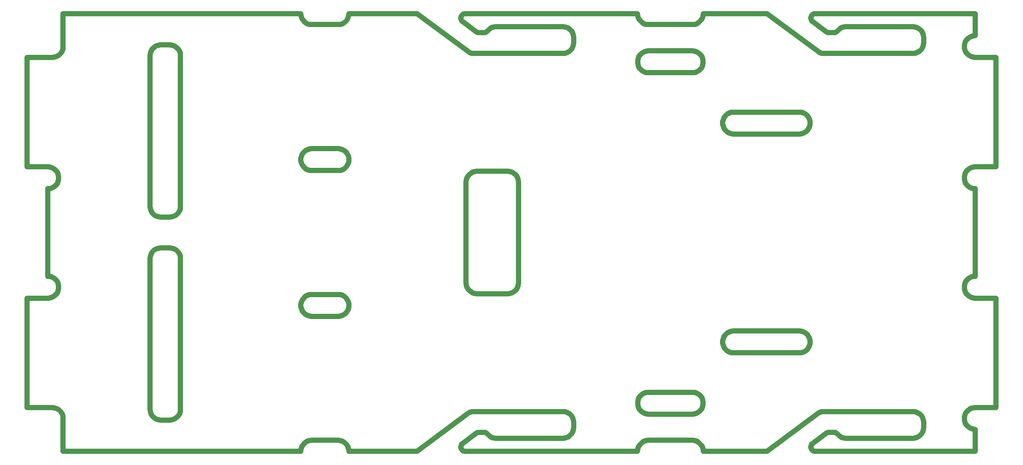
<source format=gko>
G04*
G04 #@! TF.GenerationSoftware,Altium Limited,Altium Designer,21.6.4 (81)*
G04*
G04 Layer_Color=16711935*
%FSLAX25Y25*%
%MOIN*%
G70*
G04*
G04 #@! TF.SameCoordinates,DB6D09D7-76B6-4019-902A-DA84951F4E30*
G04*
G04*
G04 #@! TF.FilePolarity,Positive*
G04*
G01*
G75*
%ADD42C,0.04724*%
D42*
X402836Y251722D02*
X405026Y251969D01*
X400756Y250994D02*
X402836Y251722D01*
X398890Y249821D02*
X400756Y250994D01*
X397331Y248263D02*
X398890Y249821D01*
X396159Y246396D02*
X397331Y248263D01*
X395431Y244316D02*
X396159Y246396D01*
X395184Y242126D02*
X395431Y244316D01*
X395184Y151575D02*
Y242126D01*
Y151575D02*
X395431Y149385D01*
X396159Y147304D01*
X397331Y145438D01*
X398890Y143880D01*
X400756Y142707D01*
X402836Y141979D01*
X405026Y141732D01*
X432585D01*
X434776Y141979D01*
X436856Y142707D01*
X438722Y143880D01*
X440281Y145438D01*
X441453Y147304D01*
X442181Y149385D01*
X442428Y151575D01*
Y242126D01*
X442181Y244316D02*
X442428Y242126D01*
X441453Y246396D02*
X442181Y244316D01*
X440281Y248263D02*
X441453Y246396D01*
X438722Y249821D02*
X440281Y248263D01*
X436856Y250994D02*
X438722Y249821D01*
X434776Y251722D02*
X436856Y250994D01*
X432585Y251969D02*
X434776Y251722D01*
X405026Y251969D02*
X432585D01*
X557319Y360021D02*
X559366Y360236D01*
X555362Y359385D02*
X557319Y360021D01*
X553580Y358356D02*
X555362Y359385D01*
X552051Y356980D02*
X553580Y358356D01*
X550842Y355315D02*
X552051Y356980D01*
X550005Y353435D02*
X550842Y355315D01*
X549577Y351423D02*
X550005Y353435D01*
X549577Y349365D02*
Y351423D01*
Y349365D02*
X550005Y347352D01*
X550842Y345472D01*
X552051Y343808D01*
X553580Y342431D01*
X555362Y341402D01*
X557319Y340766D01*
X559366Y340551D01*
X598736D01*
X600782Y340766D01*
X602739Y341402D01*
X604521Y342431D01*
X606050Y343808D01*
X607260Y345472D01*
X608097Y347352D01*
X608524Y349365D01*
Y351423D01*
X608097Y353435D02*
X608524Y351423D01*
X607260Y355315D02*
X608097Y353435D01*
X606050Y356980D02*
X607260Y355315D01*
X604521Y358356D02*
X606050Y356980D01*
X602739Y359385D02*
X604521Y358356D01*
X600782Y360021D02*
X602739Y359385D01*
X598736Y360236D02*
X600782Y360021D01*
X559366Y360236D02*
X598736D01*
Y33465D02*
X600782Y33680D01*
X602739Y34315D01*
X604521Y35344D01*
X606050Y36721D01*
X607260Y38386D01*
X608097Y40266D01*
X608524Y42278D01*
Y44336D01*
X608097Y46349D02*
X608524Y44336D01*
X607260Y48228D02*
X608097Y46349D01*
X606050Y49893D02*
X607260Y48228D01*
X604521Y51270D02*
X606050Y49893D01*
X602739Y52299D02*
X604521Y51270D01*
X600782Y52934D02*
X602739Y52299D01*
X598736Y53150D02*
X600782Y52934D01*
X559366Y53150D02*
X598736D01*
X557319Y52934D02*
X559366Y53150D01*
X555362Y52299D02*
X557319Y52934D01*
X553580Y51270D02*
X555362Y52299D01*
X552051Y49893D02*
X553580Y51270D01*
X550842Y48228D02*
X552051Y49893D01*
X550005Y46349D02*
X550842Y48228D01*
X549577Y44336D02*
X550005Y46349D01*
X549577Y42278D02*
Y44336D01*
Y42278D02*
X550005Y40266D01*
X550842Y38386D01*
X552051Y36721D01*
X553580Y35344D01*
X555362Y34315D01*
X557319Y33680D01*
X559366Y33465D01*
X598736D01*
X633879Y304903D02*
X635925Y305118D01*
X631922Y304267D02*
X633879Y304903D01*
X630140Y303238D02*
X631922Y304267D01*
X628611Y301862D02*
X630140Y303238D01*
X627401Y300197D02*
X628611Y301862D01*
X626564Y298317D02*
X627401Y300197D01*
X626136Y296304D02*
X626564Y298317D01*
X626136Y294247D02*
Y296304D01*
Y294247D02*
X626564Y292234D01*
X627401Y290354D01*
X628611Y288690D01*
X630140Y287313D01*
X631922Y286284D01*
X633879Y285648D01*
X635925Y285433D01*
X694980D01*
X697027Y285648D01*
X698983Y286284D01*
X700766Y287313D01*
X702295Y288690D01*
X703504Y290354D01*
X704341Y292234D01*
X704769Y294247D01*
Y296304D01*
X704341Y298317D02*
X704769Y296304D01*
X703504Y300197D02*
X704341Y298317D01*
X702295Y301862D02*
X703504Y300197D01*
X700766Y303238D02*
X702295Y301862D01*
X698983Y304267D02*
X700766Y303238D01*
X697027Y304903D02*
X698983Y304267D01*
X694980Y305118D02*
X697027Y304903D01*
X635925Y305118D02*
X694980D01*
Y88583D02*
X697027Y88798D01*
X698983Y89434D01*
X700766Y90462D01*
X702295Y91839D01*
X703504Y93504D01*
X704341Y95384D01*
X704769Y97396D01*
Y99454D01*
X704341Y101467D02*
X704769Y99454D01*
X703504Y103346D02*
X704341Y101467D01*
X702295Y105011D02*
X703504Y103346D01*
X700766Y106388D02*
X702295Y105011D01*
X698983Y107417D02*
X700766Y106388D01*
X697027Y108053D02*
X698983Y107417D01*
X694980Y108268D02*
X697027Y108053D01*
X635925Y108268D02*
X694980D01*
X633879Y108053D02*
X635925Y108268D01*
X631922Y107417D02*
X633879Y108053D01*
X630140Y106388D02*
X631922Y107417D01*
X628611Y105011D02*
X630140Y106388D01*
X627401Y103346D02*
X628611Y105011D01*
X626564Y101467D02*
X627401Y103346D01*
X626136Y99454D02*
X626564Y101467D01*
X626136Y97396D02*
Y99454D01*
Y97396D02*
X626564Y95384D01*
X627401Y93504D01*
X628611Y91839D01*
X630140Y90462D01*
X631922Y89434D01*
X633879Y88798D01*
X635925Y88583D01*
X694980D01*
X128356Y28091D02*
X130546Y28337D01*
X132627Y29065D01*
X134493Y30238D01*
X136051Y31796D01*
X137224Y33663D01*
X137952Y35743D01*
X138199Y37933D01*
Y173228D01*
X137952Y175418D02*
X138199Y173228D01*
X137224Y177499D02*
X137952Y175418D01*
X136051Y179365D02*
X137224Y177499D01*
X134493Y180923D02*
X136051Y179365D01*
X132627Y182096D02*
X134493Y180923D01*
X130546Y182824D02*
X132627Y182096D01*
X128356Y183071D02*
X130546Y182824D01*
X120482Y183071D02*
X128356D01*
X118292Y182824D02*
X120482Y183071D01*
X116212Y182096D02*
X118292Y182824D01*
X114346Y180923D02*
X116212Y182096D01*
X112787Y179365D02*
X114346Y180923D01*
X111614Y177499D02*
X112787Y179365D01*
X110887Y175418D02*
X111614Y177499D01*
X110640Y173228D02*
X110887Y175418D01*
X110640Y37933D02*
Y173228D01*
Y37933D02*
X110887Y35743D01*
X111614Y33663D01*
X112787Y31796D01*
X114346Y30238D01*
X116212Y29065D01*
X118292Y28337D01*
X120482Y28091D01*
X128356D01*
Y210630D02*
X130546Y210877D01*
X132627Y211605D01*
X134493Y212777D01*
X136051Y214336D01*
X137224Y216202D01*
X137952Y218282D01*
X138199Y220472D01*
Y355768D01*
X137952Y357958D02*
X138199Y355768D01*
X137224Y360038D02*
X137952Y357958D01*
X136051Y361904D02*
X137224Y360038D01*
X134493Y363463D02*
X136051Y361904D01*
X132627Y364635D02*
X134493Y363463D01*
X130546Y365363D02*
X132627Y364635D01*
X128356Y365610D02*
X130546Y365363D01*
X120482Y365610D02*
X128356D01*
X118292Y365363D02*
X120482Y365610D01*
X116212Y364635D02*
X118292Y365363D01*
X114346Y363463D02*
X116212Y364635D01*
X112787Y361904D02*
X114346Y363463D01*
X111614Y360038D02*
X112787Y361904D01*
X110887Y357958D02*
X111614Y360038D01*
X110640Y355768D02*
X110887Y357958D01*
X110640Y220472D02*
Y355768D01*
Y220472D02*
X110887Y218282D01*
X111614Y216202D01*
X112787Y214336D01*
X114346Y212777D01*
X116212Y211605D01*
X118292Y210877D01*
X120482Y210630D01*
X128356D01*
X256309Y121391D02*
X279931D01*
X281977Y121606D01*
X283934Y122242D01*
X285716Y123271D01*
X287245Y124648D01*
X288455Y126312D01*
X289292Y128192D01*
X289720Y130205D01*
Y132262D01*
X289292Y134275D02*
X289720Y132262D01*
X288455Y136155D02*
X289292Y134275D01*
X287245Y137820D02*
X288455Y136155D01*
X285716Y139196D02*
X287245Y137820D01*
X283934Y140225D02*
X285716Y139196D01*
X281977Y140861D02*
X283934Y140225D01*
X279931Y141076D02*
X281977Y140861D01*
X256309Y141076D02*
X279931D01*
X254263Y140861D02*
X256309Y141076D01*
X252306Y140225D02*
X254263Y140861D01*
X250524Y139196D02*
X252306Y140225D01*
X248995Y137820D02*
X250524Y139196D01*
X247785Y136155D02*
X248995Y137820D01*
X246948Y134275D02*
X247785Y136155D01*
X246520Y132262D02*
X246948Y134275D01*
X246520Y130205D02*
Y132262D01*
Y130205D02*
X246948Y128192D01*
X247785Y126312D01*
X248995Y124648D01*
X250524Y123271D01*
X252306Y122242D01*
X254263Y121606D01*
X256309Y121391D01*
Y252625D02*
X279931D01*
X281977Y252840D01*
X283934Y253476D01*
X285716Y254504D01*
X287245Y255881D01*
X288455Y257546D01*
X289292Y259426D01*
X289720Y261438D01*
Y263496D01*
X289292Y265509D02*
X289720Y263496D01*
X288455Y267388D02*
X289292Y265509D01*
X287245Y269053D02*
X288455Y267388D01*
X285716Y270430D02*
X287245Y269053D01*
X283934Y271459D02*
X285716Y270430D01*
X281977Y272095D02*
X283934Y271459D01*
X279931Y272310D02*
X281977Y272095D01*
X256309Y272310D02*
X279931D01*
X254263Y272095D02*
X256309Y272310D01*
X252306Y271459D02*
X254263Y272095D01*
X250524Y270430D02*
X252306Y271459D01*
X248995Y269053D02*
X250524Y270430D01*
X247785Y267388D02*
X248995Y269053D01*
X246948Y265509D02*
X247785Y267388D01*
X246520Y263496D02*
X246948Y265509D01*
X246520Y261438D02*
Y263496D01*
Y261438D02*
X246948Y259426D01*
X247785Y257546D01*
X248995Y255881D01*
X250524Y254504D01*
X252306Y253476D01*
X254263Y252840D01*
X256309Y252625D01*
X665975Y393701D02*
X711675Y359856D01*
X713475Y358799D01*
X715457Y358145D01*
X717533Y357923D01*
X797244D01*
X799434Y358170D01*
X801515Y358898D01*
X803381Y360070D01*
X804939Y361629D01*
X806112Y363495D01*
X806840Y365576D01*
X807087Y367766D01*
Y372047D01*
X806840Y374237D02*
X807087Y372047D01*
X806112Y376318D02*
X806840Y374237D01*
X804939Y378184D02*
X806112Y376318D01*
X803381Y379742D02*
X804939Y378184D01*
X801515Y380915D02*
X803381Y379742D01*
X799434Y381643D02*
X801515Y380915D01*
X797244Y381890D02*
X799434Y381643D01*
X737034Y381890D02*
X797244D01*
X734838Y381642D02*
X737034Y381890D01*
X732752Y380909D02*
X734838Y381642D01*
X730882Y379730D02*
X732752Y380909D01*
X729323Y378164D02*
X730882Y379730D01*
X728699Y377537D02*
X729323Y378164D01*
X727951Y377065D02*
X728699Y377537D01*
X727117Y376772D02*
X727951Y377065D01*
X726238Y376673D02*
X727117Y376772D01*
X721771Y376673D02*
X726238D01*
X720941Y376762D02*
X721771Y376673D01*
X720148Y377023D02*
X720941Y376762D01*
X719428Y377446D02*
X720148Y377023D01*
X707068Y386600D02*
X719428Y377446D01*
X706464Y387154D02*
X707068Y386600D01*
X705987Y387821D02*
X706464Y387154D01*
X705659Y388573D02*
X705987Y387821D01*
X705494Y389376D02*
X705659Y388573D01*
X705494Y389376D02*
X705498Y390196D01*
X705673Y390997D01*
X706009Y391745D01*
X706494Y392407D01*
X707105Y392954D01*
X707816Y393363D01*
X708596Y393615D01*
X709411Y393701D01*
X853396D01*
Y374016D02*
Y393701D01*
X851349Y373801D02*
X853396Y374016D01*
X849392Y373165D02*
X851349Y373801D01*
X847610Y372136D02*
X849392Y373165D01*
X846081Y370759D02*
X847610Y372136D01*
X844872Y369094D02*
X846081Y370759D01*
X844035Y367215D02*
X844872Y369094D01*
X843607Y365202D02*
X844035Y367215D01*
X843607Y363144D02*
Y365202D01*
Y363144D02*
X844035Y361132D01*
X844872Y359252D01*
X846081Y357587D01*
X847610Y356210D01*
X849392Y355182D01*
X851349Y354546D01*
X853396Y354331D01*
X872146D01*
Y255906D02*
Y354331D01*
X853396Y255906D02*
X872146D01*
X851349Y255690D02*
X853396Y255906D01*
X849392Y255055D02*
X851349Y255690D01*
X847610Y254026D02*
X849392Y255055D01*
X846081Y252649D02*
X847610Y254026D01*
X844872Y250984D02*
X846081Y252649D01*
X844035Y249104D02*
X844872Y250984D01*
X843607Y247092D02*
X844035Y249104D01*
X843607Y245034D02*
Y247092D01*
Y245034D02*
X844035Y243021D01*
X844872Y241142D01*
X846081Y239477D01*
X847610Y238100D01*
X849392Y237071D01*
X851349Y236436D01*
X853396Y236220D01*
Y157480D02*
Y236220D01*
X851349Y157265D02*
X853396Y157480D01*
X849392Y156629D02*
X851349Y157265D01*
X847610Y155601D02*
X849392Y156629D01*
X846081Y154224D02*
X847610Y155601D01*
X844872Y152559D02*
X846081Y154224D01*
X844035Y150679D02*
X844872Y152559D01*
X843607Y148667D02*
X844035Y150679D01*
X843607Y146609D02*
Y148667D01*
Y146609D02*
X844035Y144596D01*
X844872Y142717D01*
X846081Y141052D01*
X847610Y139675D01*
X849392Y138646D01*
X851349Y138010D01*
X853396Y137795D01*
X872146D01*
Y39370D02*
Y137795D01*
X853396Y39370D02*
X872146D01*
X851349Y39155D02*
X853396Y39370D01*
X849392Y38519D02*
X851349Y39155D01*
X847610Y37490D02*
X849392Y38519D01*
X846081Y36114D02*
X847610Y37490D01*
X844872Y34449D02*
X846081Y36114D01*
X844035Y32569D02*
X844872Y34449D01*
X843607Y30556D02*
X844035Y32569D01*
X843607Y28499D02*
Y30556D01*
Y28499D02*
X844035Y26486D01*
X844872Y24606D01*
X846081Y22942D01*
X847610Y21565D01*
X849392Y20536D01*
X851349Y19900D01*
X853396Y19685D01*
Y-0D02*
Y19685D01*
X709411Y-0D02*
X853396D01*
X708596Y85D02*
X709411Y-0D01*
X707816Y338D02*
X708596Y85D01*
X707105Y747D02*
X707816Y338D01*
X706494Y1294D02*
X707105Y747D01*
X706009Y1956D02*
X706494Y1294D01*
X705673Y2703D02*
X706009Y1956D01*
X705498Y3505D02*
X705673Y2703D01*
X705494Y4325D02*
X705498Y3505D01*
X705494Y4325D02*
X705659Y5128D01*
X705987Y5880D01*
X706464Y6547D01*
X707068Y7101D01*
X719428Y16254D01*
X720148Y16677D01*
X720941Y16939D01*
X721771Y17028D01*
X726238D01*
X727117Y16928D01*
X727951Y16635D01*
X728699Y16164D01*
X729323Y15537D01*
X730882Y13970D01*
X732752Y12791D01*
X734838Y12059D01*
X737034Y11811D01*
X797244D01*
X799434Y12058D01*
X801515Y12786D01*
X803381Y13958D01*
X804939Y15517D01*
X806112Y17383D01*
X806840Y19463D01*
X807087Y21654D01*
Y25935D01*
X806840Y28125D02*
X807087Y25935D01*
X806112Y30206D02*
X806840Y28125D01*
X804939Y32072D02*
X806112Y30206D01*
X803381Y33630D02*
X804939Y32072D01*
X801515Y34803D02*
X803381Y33630D01*
X799434Y35531D02*
X801515Y34803D01*
X797244Y35778D02*
X799434Y35531D01*
X717533Y35778D02*
X797244D01*
X715457Y35556D02*
X717533Y35778D01*
X713475Y34902D02*
X715457Y35556D01*
X711675Y33845D02*
X713475Y34902D01*
X665975Y-0D02*
X711675Y33845D01*
X608578Y-0D02*
X665975D01*
X608331Y2190D02*
X608578Y-0D01*
X607604Y4270D02*
X608331Y2190D01*
X606431Y6137D02*
X607604Y4270D01*
X604872Y7695D02*
X606431Y6137D01*
X603006Y8868D02*
X604872Y7695D01*
X600926Y9596D02*
X603006Y8868D01*
X598736Y9843D02*
X600926Y9596D01*
X559366Y9843D02*
X598736D01*
X557175Y9596D02*
X559366Y9843D01*
X555095Y8868D02*
X557175Y9596D01*
X553229Y7695D02*
X555095Y8868D01*
X551670Y6137D02*
X553229Y7695D01*
X550498Y4270D02*
X551670Y6137D01*
X549770Y2190D02*
X550498Y4270D01*
X549523Y-0D02*
X549770Y2190D01*
X394451Y-0D02*
X549523D01*
X393635Y85D02*
X394451Y-0D01*
X392855Y338D02*
X393635Y85D01*
X392144Y747D02*
X392855Y338D01*
X391533Y1294D02*
X392144Y747D01*
X391049Y1956D02*
X391533Y1294D01*
X390712Y2703D02*
X391049Y1956D01*
X390538Y3505D02*
X390712Y2703D01*
X390533Y4325D02*
X390538Y3505D01*
X390533Y4325D02*
X390698Y5128D01*
X391026Y5880D01*
X391503Y6547D01*
X392108Y7101D01*
X404468Y16254D01*
X405188Y16677D01*
X405981Y16939D01*
X406811Y17028D01*
X411278D01*
X412156Y16928D01*
X412990Y16635D01*
X413738Y16164D01*
X414362Y15537D01*
X415921Y13970D01*
X417791Y12791D01*
X419877Y12059D01*
X422073Y11811D01*
X482283D01*
X484474Y12058D01*
X486554Y12786D01*
X488420Y13958D01*
X489979Y15517D01*
X491151Y17383D01*
X491879Y19463D01*
X492126Y21654D01*
Y25935D01*
X491879Y28125D02*
X492126Y25935D01*
X491151Y30206D02*
X491879Y28125D01*
X489979Y32072D02*
X491151Y30206D01*
X488420Y33630D02*
X489979Y32072D01*
X486554Y34803D02*
X488420Y33630D01*
X484474Y35531D02*
X486554Y34803D01*
X482283Y35778D02*
X484474Y35531D01*
X402572Y35778D02*
X482283D01*
X400497Y35556D02*
X402572Y35778D01*
X398515Y34902D02*
X400497Y35556D01*
X396715Y33845D02*
X398515Y34902D01*
X351015Y-0D02*
X396715Y33845D01*
X289774Y-0D02*
X351015D01*
X289527Y2190D02*
X289774Y-0D01*
X288799Y4270D02*
X289527Y2190D01*
X287626Y6137D02*
X288799Y4270D01*
X286068Y7695D02*
X287626Y6137D01*
X284202Y8868D02*
X286068Y7695D01*
X282121Y9596D02*
X284202Y8868D01*
X279931Y9843D02*
X282121Y9596D01*
X256309Y9843D02*
X279931D01*
X254119Y9596D02*
X256309Y9843D01*
X252039Y8868D02*
X254119Y9596D01*
X250172Y7695D02*
X252039Y8868D01*
X248614Y6137D02*
X250172Y7695D01*
X247441Y4270D02*
X248614Y6137D01*
X246713Y2190D02*
X247441Y4270D01*
X246466Y-0D02*
X246713Y2190D01*
X32529Y-0D02*
X246466D01*
X32529D02*
Y29528D01*
X32283Y31718D02*
X32529Y29528D01*
X31555Y33798D02*
X32283Y31718D01*
X30382Y35664D02*
X31555Y33798D01*
X28824Y37223D02*
X30382Y35664D01*
X26957Y38395D02*
X28824Y37223D01*
X24877Y39123D02*
X26957Y38395D01*
X22687Y39370D02*
X24877Y39123D01*
X-0Y39370D02*
X22687D01*
X-0D02*
Y137795D01*
X18750D01*
X20796Y138010D01*
X22753Y138646D01*
X24535Y139675D01*
X26064Y141052D01*
X27274Y142717D01*
X28111Y144596D01*
X28539Y146609D01*
Y148667D01*
X28111Y150679D02*
X28539Y148667D01*
X27274Y152559D02*
X28111Y150679D01*
X26064Y154224D02*
X27274Y152559D01*
X24535Y155601D02*
X26064Y154224D01*
X22753Y156629D02*
X24535Y155601D01*
X20796Y157265D02*
X22753Y156629D01*
X18750Y157480D02*
X20796Y157265D01*
X18750Y157480D02*
Y236220D01*
X20796Y236436D01*
X22753Y237071D01*
X24535Y238100D01*
X26064Y239477D01*
X27274Y241142D01*
X28111Y243021D01*
X28539Y245034D01*
Y247092D01*
X28111Y249104D02*
X28539Y247092D01*
X27274Y250984D02*
X28111Y249104D01*
X26064Y252649D02*
X27274Y250984D01*
X24535Y254026D02*
X26064Y252649D01*
X22753Y255054D02*
X24535Y254026D01*
X20796Y255690D02*
X22753Y255054D01*
X18750Y255906D02*
X20796Y255690D01*
X-0Y255906D02*
X18750D01*
X-0D02*
Y354331D01*
X22687D01*
X24877Y354577D01*
X26957Y355305D01*
X28824Y356478D01*
X30382Y358036D01*
X31555Y359903D01*
X32283Y361983D01*
X32529Y364173D01*
Y393701D01*
X246466D01*
X246713Y391511D01*
X247441Y389430D01*
X248614Y387564D01*
X250172Y386006D01*
X252039Y384833D01*
X254119Y384105D01*
X256309Y383858D01*
X279931D01*
X282121Y384105D01*
X284202Y384833D01*
X286068Y386006D01*
X287626Y387564D01*
X288799Y389430D01*
X289527Y391511D01*
X289774Y393701D01*
X351015D01*
X396715Y359856D01*
X398515Y358799D01*
X400497Y358145D01*
X402572Y357923D01*
X482283D01*
X484474Y358170D01*
X486554Y358898D01*
X488420Y360070D01*
X489979Y361629D01*
X491151Y363495D01*
X491879Y365576D01*
X492126Y367766D01*
Y372047D01*
X491879Y374237D02*
X492126Y372047D01*
X491151Y376318D02*
X491879Y374237D01*
X489979Y378184D02*
X491151Y376318D01*
X488420Y379742D02*
X489979Y378184D01*
X486554Y380915D02*
X488420Y379742D01*
X484474Y381643D02*
X486554Y380915D01*
X482283Y381890D02*
X484474Y381643D01*
X422073Y381890D02*
X482283D01*
X419877Y381642D02*
X422073Y381890D01*
X417791Y380909D02*
X419877Y381642D01*
X415921Y379730D02*
X417791Y380909D01*
X414362Y378164D02*
X415921Y379730D01*
X413738Y377537D02*
X414362Y378164D01*
X412990Y377065D02*
X413738Y377537D01*
X412156Y376772D02*
X412990Y377065D01*
X411278Y376673D02*
X412156Y376772D01*
X406811Y376673D02*
X411278D01*
X405981Y376762D02*
X406811Y376673D01*
X405188Y377023D02*
X405981Y376762D01*
X404468Y377446D02*
X405188Y377023D01*
X392108Y386600D02*
X404468Y377446D01*
X391503Y387154D02*
X392108Y386600D01*
X391026Y387821D02*
X391503Y387154D01*
X390698Y388573D02*
X391026Y387821D01*
X390533Y389376D02*
X390698Y388573D01*
X390533Y389376D02*
X390538Y390196D01*
X390712Y390997D01*
X391049Y391745D01*
X391533Y392407D01*
X392144Y392954D01*
X392855Y393363D01*
X393635Y393615D01*
X394451Y393701D01*
X549523D01*
X549770Y391511D01*
X550498Y389430D01*
X551670Y387564D01*
X553229Y386006D01*
X555095Y384833D01*
X557175Y384105D01*
X559366Y383858D01*
X598736D01*
X600926Y384105D01*
X603006Y384833D01*
X604872Y386006D01*
X606431Y387564D01*
X607604Y389430D01*
X608331Y391511D01*
X608578Y393701D01*
X665975D01*
X711675Y359856D01*
X713475Y358799D01*
X715457Y358145D01*
X717533Y357923D01*
X797244D01*
X799434Y358170D01*
X801515Y358898D01*
X803381Y360070D01*
X804939Y361629D01*
X806112Y363495D01*
X806840Y365576D01*
X807087Y367766D01*
Y372047D01*
X806840Y374237D02*
X807087Y372047D01*
X806112Y376318D02*
X806840Y374237D01*
X804939Y378184D02*
X806112Y376318D01*
X803381Y379742D02*
X804939Y378184D01*
X801515Y380915D02*
X803381Y379742D01*
X799434Y381643D02*
X801515Y380915D01*
X797244Y381890D02*
X799434Y381643D01*
X737034Y381890D02*
X797244D01*
X734838Y381642D02*
X737034Y381890D01*
X732752Y380909D02*
X734838Y381642D01*
X730882Y379730D02*
X732752Y380909D01*
X729323Y378164D02*
X730882Y379730D01*
X728699Y377537D02*
X729323Y378164D01*
X727951Y377065D02*
X728699Y377537D01*
X727117Y376772D02*
X727951Y377065D01*
X726238Y376673D02*
X727117Y376772D01*
X721771Y376673D02*
X726238D01*
X720941Y376762D02*
X721771Y376673D01*
X720148Y377023D02*
X720941Y376762D01*
X719428Y377446D02*
X720148Y377023D01*
X707068Y386600D02*
X719428Y377446D01*
X706464Y387154D02*
X707068Y386600D01*
X705987Y387821D02*
X706464Y387154D01*
X705659Y388573D02*
X705987Y387821D01*
X705494Y389376D02*
X705659Y388573D01*
X705494Y389376D02*
X705498Y390196D01*
X705673Y390997D01*
X706009Y391745D01*
X706494Y392407D01*
X707105Y392954D01*
X707816Y393363D01*
X708596Y393615D01*
X709411Y393701D01*
X853396D01*
Y374016D02*
Y393701D01*
X851349Y373801D02*
X853396Y374016D01*
X849392Y373165D02*
X851349Y373801D01*
X847610Y372136D02*
X849392Y373165D01*
X846081Y370759D02*
X847610Y372136D01*
X844872Y369094D02*
X846081Y370759D01*
X844035Y367215D02*
X844872Y369094D01*
X843607Y365202D02*
X844035Y367215D01*
X843607Y363144D02*
Y365202D01*
Y363144D02*
X844035Y361132D01*
X844872Y359252D01*
X846081Y357587D01*
X847610Y356210D01*
X849392Y355182D01*
X851349Y354546D01*
X853396Y354331D01*
X872146D01*
Y255906D02*
Y354331D01*
X853396Y255906D02*
X872146D01*
X851349Y255690D02*
X853396Y255906D01*
X849392Y255055D02*
X851349Y255690D01*
X847610Y254026D02*
X849392Y255055D01*
X846081Y252649D02*
X847610Y254026D01*
X844872Y250984D02*
X846081Y252649D01*
X844035Y249104D02*
X844872Y250984D01*
X843607Y247092D02*
X844035Y249104D01*
X843607Y245034D02*
Y247092D01*
Y245034D02*
X844035Y243021D01*
X844872Y241142D01*
X846081Y239477D01*
X847610Y238100D01*
X849392Y237071D01*
X851349Y236436D01*
X853396Y236220D01*
Y157480D02*
Y236220D01*
X851349Y157265D02*
X853396Y157480D01*
X849392Y156629D02*
X851349Y157265D01*
X847610Y155601D02*
X849392Y156629D01*
X846081Y154224D02*
X847610Y155601D01*
X844872Y152559D02*
X846081Y154224D01*
X844035Y150679D02*
X844872Y152559D01*
X843607Y148667D02*
X844035Y150679D01*
X843607Y146609D02*
Y148667D01*
Y146609D02*
X844035Y144596D01*
X844872Y142717D01*
X846081Y141052D01*
X847610Y139675D01*
X849392Y138646D01*
X851349Y138010D01*
X853396Y137795D01*
X872146D01*
Y39370D02*
Y137795D01*
X853396Y39370D02*
X872146D01*
X851349Y39155D02*
X853396Y39370D01*
X849392Y38519D02*
X851349Y39155D01*
X847610Y37490D02*
X849392Y38519D01*
X846081Y36114D02*
X847610Y37490D01*
X844872Y34449D02*
X846081Y36114D01*
X844035Y32569D02*
X844872Y34449D01*
X843607Y30556D02*
X844035Y32569D01*
X843607Y28499D02*
Y30556D01*
Y28499D02*
X844035Y26486D01*
X844872Y24606D01*
X846081Y22942D01*
X847610Y21565D01*
X849392Y20536D01*
X851349Y19900D01*
X853396Y19685D01*
Y-0D02*
Y19685D01*
X709411Y-0D02*
X853396D01*
X708596Y85D02*
X709411Y-0D01*
X707816Y338D02*
X708596Y85D01*
X707105Y747D02*
X707816Y338D01*
X706494Y1294D02*
X707105Y747D01*
X706009Y1956D02*
X706494Y1294D01*
X705673Y2703D02*
X706009Y1956D01*
X705498Y3505D02*
X705673Y2703D01*
X705494Y4325D02*
X705498Y3505D01*
X705494Y4325D02*
X705659Y5128D01*
X705987Y5880D01*
X706464Y6547D01*
X707068Y7101D01*
X719428Y16254D01*
X720148Y16677D01*
X720941Y16939D01*
X721771Y17028D01*
X726238D01*
X727117Y16928D01*
X727951Y16635D01*
X728699Y16164D01*
X729323Y15537D01*
X730882Y13970D01*
X732752Y12791D01*
X734838Y12059D01*
X737034Y11811D01*
X797244D01*
X799434Y12058D01*
X801515Y12786D01*
X803381Y13958D01*
X804939Y15517D01*
X806112Y17383D01*
X806840Y19463D01*
X807087Y21654D01*
Y25935D01*
X806840Y28125D02*
X807087Y25935D01*
X806112Y30206D02*
X806840Y28125D01*
X804939Y32072D02*
X806112Y30206D01*
X803381Y33630D02*
X804939Y32072D01*
X801515Y34803D02*
X803381Y33630D01*
X799434Y35531D02*
X801515Y34803D01*
X797244Y35778D02*
X799434Y35531D01*
X717533Y35778D02*
X797244D01*
X715457Y35556D02*
X717533Y35778D01*
X713475Y34902D02*
X715457Y35556D01*
X711675Y33845D02*
X713475Y34902D01*
X665975Y-0D02*
X711675Y33845D01*
X608578Y-0D02*
X665975D01*
X608331Y2190D02*
X608578Y-0D01*
X607604Y4270D02*
X608331Y2190D01*
X606431Y6137D02*
X607604Y4270D01*
X604872Y7695D02*
X606431Y6137D01*
X603006Y8868D02*
X604872Y7695D01*
X600926Y9596D02*
X603006Y8868D01*
X598736Y9843D02*
X600926Y9596D01*
X559366Y9843D02*
X598736D01*
X557175Y9596D02*
X559366Y9843D01*
X555095Y8868D02*
X557175Y9596D01*
X553229Y7695D02*
X555095Y8868D01*
X551670Y6137D02*
X553229Y7695D01*
X550498Y4270D02*
X551670Y6137D01*
X549770Y2190D02*
X550498Y4270D01*
X549523Y-0D02*
X549770Y2190D01*
X394451Y-0D02*
X549523D01*
X393635Y85D02*
X394451Y-0D01*
X392855Y338D02*
X393635Y85D01*
X392144Y747D02*
X392855Y338D01*
X391533Y1294D02*
X392144Y747D01*
X391049Y1956D02*
X391533Y1294D01*
X390712Y2703D02*
X391049Y1956D01*
X390538Y3505D02*
X390712Y2703D01*
X390533Y4325D02*
X390538Y3505D01*
X390533Y4325D02*
X390698Y5128D01*
X391026Y5880D01*
X391503Y6547D01*
X392108Y7101D01*
X404468Y16254D01*
X405188Y16677D01*
X405981Y16939D01*
X406811Y17028D01*
X411278D01*
X412156Y16928D01*
X412990Y16635D01*
X413738Y16164D01*
X414362Y15537D01*
X415921Y13970D01*
X417791Y12791D01*
X419877Y12059D01*
X422073Y11811D01*
X482283D01*
X484474Y12058D01*
X486554Y12786D01*
X488420Y13958D01*
X489979Y15517D01*
X491151Y17383D01*
X491879Y19463D01*
X492126Y21654D01*
Y25935D01*
X491879Y28125D02*
X492126Y25935D01*
X491151Y30206D02*
X491879Y28125D01*
X489979Y32072D02*
X491151Y30206D01*
X488420Y33630D02*
X489979Y32072D01*
X486554Y34803D02*
X488420Y33630D01*
X484474Y35531D02*
X486554Y34803D01*
X482283Y35778D02*
X484474Y35531D01*
X402572Y35778D02*
X482283D01*
X400497Y35556D02*
X402572Y35778D01*
X398515Y34902D02*
X400497Y35556D01*
X396715Y33845D02*
X398515Y34902D01*
X351015Y-0D02*
X396715Y33845D01*
X289774Y-0D02*
X351015D01*
X289527Y2190D02*
X289774Y-0D01*
X288799Y4270D02*
X289527Y2190D01*
X287626Y6137D02*
X288799Y4270D01*
X286068Y7695D02*
X287626Y6137D01*
X284202Y8868D02*
X286068Y7695D01*
X282121Y9596D02*
X284202Y8868D01*
X279931Y9843D02*
X282121Y9596D01*
X256309Y9843D02*
X279931D01*
X254119Y9596D02*
X256309Y9843D01*
X252039Y8868D02*
X254119Y9596D01*
X250172Y7695D02*
X252039Y8868D01*
X248614Y6137D02*
X250172Y7695D01*
X247441Y4270D02*
X248614Y6137D01*
X246713Y2190D02*
X247441Y4270D01*
X246466Y-0D02*
X246713Y2190D01*
X32529Y-0D02*
X246466D01*
X32529D02*
Y29528D01*
X32283Y31718D02*
X32529Y29528D01*
X31555Y33798D02*
X32283Y31718D01*
X30382Y35664D02*
X31555Y33798D01*
X28824Y37223D02*
X30382Y35664D01*
X26957Y38395D02*
X28824Y37223D01*
X24877Y39123D02*
X26957Y38395D01*
X22687Y39370D02*
X24877Y39123D01*
X-0Y39370D02*
X22687D01*
X-0D02*
Y137795D01*
X18750D01*
X20796Y138010D01*
X22753Y138646D01*
X24535Y139675D01*
X26064Y141052D01*
X27274Y142717D01*
X28111Y144596D01*
X28539Y146609D01*
Y148667D01*
X28111Y150679D02*
X28539Y148667D01*
X27274Y152559D02*
X28111Y150679D01*
X26064Y154224D02*
X27274Y152559D01*
X24535Y155601D02*
X26064Y154224D01*
X22753Y156629D02*
X24535Y155601D01*
X20796Y157265D02*
X22753Y156629D01*
X18750Y157480D02*
X20796Y157265D01*
X18750Y157480D02*
Y236220D01*
X20796Y236436D01*
X22753Y237071D01*
X24535Y238100D01*
X26064Y239477D01*
X27274Y241142D01*
X28111Y243021D01*
X28539Y245034D01*
Y247092D01*
X28111Y249104D02*
X28539Y247092D01*
X27274Y250984D02*
X28111Y249104D01*
X26064Y252649D02*
X27274Y250984D01*
X24535Y254026D02*
X26064Y252649D01*
X22753Y255054D02*
X24535Y254026D01*
X20796Y255690D02*
X22753Y255054D01*
X18750Y255906D02*
X20796Y255690D01*
X-0Y255906D02*
X18750D01*
X-0D02*
Y354331D01*
X22687D01*
X24877Y354577D01*
X26957Y355305D01*
X28824Y356478D01*
X30382Y358036D01*
X31555Y359903D01*
X32283Y361983D01*
X32529Y364173D01*
Y393701D01*
X246466D01*
X246713Y391511D01*
X247441Y389430D01*
X248614Y387564D01*
X250172Y386006D01*
X252039Y384833D01*
X254119Y384105D01*
X256309Y383858D01*
X279931D01*
X282121Y384105D01*
X284202Y384833D01*
X286068Y386006D01*
X287626Y387564D01*
X288799Y389430D01*
X289527Y391511D01*
X289774Y393701D01*
X351015D01*
X396715Y359856D01*
X398515Y358799D01*
X400497Y358145D01*
X402572Y357923D01*
X482283D01*
X484474Y358170D01*
X486554Y358898D01*
X488420Y360070D01*
X489979Y361629D01*
X491151Y363495D01*
X491879Y365576D01*
X492126Y367766D01*
Y372047D01*
X491879Y374237D02*
X492126Y372047D01*
X491151Y376318D02*
X491879Y374237D01*
X489979Y378184D02*
X491151Y376318D01*
X488420Y379742D02*
X489979Y378184D01*
X486554Y380915D02*
X488420Y379742D01*
X484474Y381643D02*
X486554Y380915D01*
X482283Y381890D02*
X484474Y381643D01*
X422073Y381890D02*
X482283D01*
X419877Y381642D02*
X422073Y381890D01*
X417791Y380909D02*
X419877Y381642D01*
X415921Y379730D02*
X417791Y380909D01*
X414362Y378164D02*
X415921Y379730D01*
X413738Y377537D02*
X414362Y378164D01*
X412990Y377065D02*
X413738Y377537D01*
X412156Y376772D02*
X412990Y377065D01*
X411278Y376673D02*
X412156Y376772D01*
X406811Y376673D02*
X411278D01*
X405981Y376762D02*
X406811Y376673D01*
X405188Y377023D02*
X405981Y376762D01*
X404468Y377446D02*
X405188Y377023D01*
X392108Y386600D02*
X404468Y377446D01*
X391503Y387154D02*
X392108Y386600D01*
X391026Y387821D02*
X391503Y387154D01*
X390698Y388573D02*
X391026Y387821D01*
X390533Y389376D02*
X390698Y388573D01*
X390533Y389376D02*
X390538Y390196D01*
X390712Y390997D01*
X391049Y391745D01*
X391533Y392407D01*
X392144Y392954D01*
X392855Y393363D01*
X393635Y393615D01*
X394451Y393701D01*
X549523D01*
X549770Y391511D01*
X550498Y389430D01*
X551670Y387564D01*
X553229Y386006D01*
X555095Y384833D01*
X557175Y384105D01*
X559366Y383858D01*
X598736D01*
X600926Y384105D01*
X603006Y384833D01*
X604872Y386006D01*
X606431Y387564D01*
X607604Y389430D01*
X608331Y391511D01*
X608578Y393701D01*
X665975D01*
M02*

</source>
